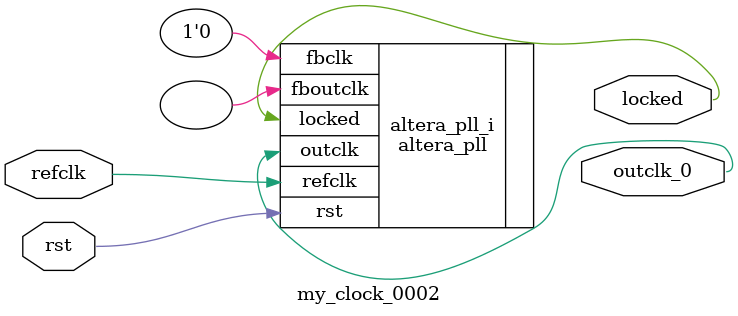
<source format=v>
`timescale 1ns/10ps
module  my_clock_0002(

	// interface 'refclk'
	input wire refclk,

	// interface 'reset'
	input wire rst,

	// interface 'outclk0'
	output wire outclk_0,

	// interface 'locked'
	output wire locked
);

	altera_pll #(
		.fractional_vco_multiplier("false"),
		.reference_clock_frequency("50.0 MHz"),
		.operation_mode("direct"),
		.number_of_clocks(1),
		.output_clock_frequency0("100.000000 MHz"),
		.phase_shift0("0 ps"),
		.duty_cycle0(50),
		.output_clock_frequency1("0 MHz"),
		.phase_shift1("0 ps"),
		.duty_cycle1(50),
		.output_clock_frequency2("0 MHz"),
		.phase_shift2("0 ps"),
		.duty_cycle2(50),
		.output_clock_frequency3("0 MHz"),
		.phase_shift3("0 ps"),
		.duty_cycle3(50),
		.output_clock_frequency4("0 MHz"),
		.phase_shift4("0 ps"),
		.duty_cycle4(50),
		.output_clock_frequency5("0 MHz"),
		.phase_shift5("0 ps"),
		.duty_cycle5(50),
		.output_clock_frequency6("0 MHz"),
		.phase_shift6("0 ps"),
		.duty_cycle6(50),
		.output_clock_frequency7("0 MHz"),
		.phase_shift7("0 ps"),
		.duty_cycle7(50),
		.output_clock_frequency8("0 MHz"),
		.phase_shift8("0 ps"),
		.duty_cycle8(50),
		.output_clock_frequency9("0 MHz"),
		.phase_shift9("0 ps"),
		.duty_cycle9(50),
		.output_clock_frequency10("0 MHz"),
		.phase_shift10("0 ps"),
		.duty_cycle10(50),
		.output_clock_frequency11("0 MHz"),
		.phase_shift11("0 ps"),
		.duty_cycle11(50),
		.output_clock_frequency12("0 MHz"),
		.phase_shift12("0 ps"),
		.duty_cycle12(50),
		.output_clock_frequency13("0 MHz"),
		.phase_shift13("0 ps"),
		.duty_cycle13(50),
		.output_clock_frequency14("0 MHz"),
		.phase_shift14("0 ps"),
		.duty_cycle14(50),
		.output_clock_frequency15("0 MHz"),
		.phase_shift15("0 ps"),
		.duty_cycle15(50),
		.output_clock_frequency16("0 MHz"),
		.phase_shift16("0 ps"),
		.duty_cycle16(50),
		.output_clock_frequency17("0 MHz"),
		.phase_shift17("0 ps"),
		.duty_cycle17(50),
		.pll_type("General"),
		.pll_subtype("General")
	) altera_pll_i (
		.rst	(rst),
		.outclk	({outclk_0}),
		.locked	(locked),
		.fboutclk	( ),
		.fbclk	(1'b0),
		.refclk	(refclk)
	);
endmodule


</source>
